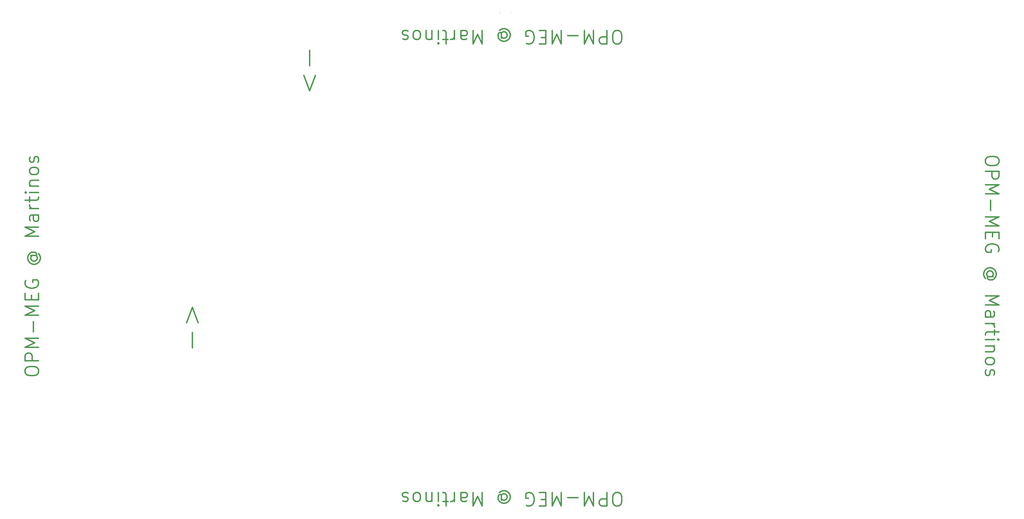
<source format=gbr>
%TF.GenerationSoftware,KiCad,Pcbnew,7.0.1-3b83917a11~172~ubuntu22.04.1*%
%TF.CreationDate,2023-12-10T15:57:57-05:00*%
%TF.ProjectId,coil_template_first,636f696c-5f74-4656-9d70-6c6174655f66,rev?*%
%TF.SameCoordinates,Original*%
%TF.FileFunction,Legend,Top*%
%TF.FilePolarity,Positive*%
%FSLAX46Y46*%
G04 Gerber Fmt 4.6, Leading zero omitted, Abs format (unit mm)*
G04 Created by KiCad (PCBNEW 7.0.1-3b83917a11~172~ubuntu22.04.1) date 2023-12-10 15:57:57*
%MOMM*%
%LPD*%
G01*
G04 APERTURE LIST*
%ADD10C,2.000000*%
%ADD11C,0.150000*%
G04 APERTURE END LIST*
D10*
X907619047Y-45747619D02*
X903809523Y-45747619D01*
X903809523Y-45747619D02*
X901904761Y-44795238D01*
X901904761Y-44795238D02*
X899999999Y-42890476D01*
X899999999Y-42890476D02*
X899047618Y-39080952D01*
X899047618Y-39080952D02*
X899047618Y-32414285D01*
X899047618Y-32414285D02*
X899999999Y-28604761D01*
X899999999Y-28604761D02*
X901904761Y-26700000D01*
X901904761Y-26700000D02*
X903809523Y-25747619D01*
X903809523Y-25747619D02*
X907619047Y-25747619D01*
X907619047Y-25747619D02*
X909523809Y-26700000D01*
X909523809Y-26700000D02*
X911428571Y-28604761D01*
X911428571Y-28604761D02*
X912380952Y-32414285D01*
X912380952Y-32414285D02*
X912380952Y-39080952D01*
X912380952Y-39080952D02*
X911428571Y-42890476D01*
X911428571Y-42890476D02*
X909523809Y-44795238D01*
X909523809Y-44795238D02*
X907619047Y-45747619D01*
X890476190Y-25747619D02*
X890476190Y-45747619D01*
X890476190Y-45747619D02*
X882857142Y-45747619D01*
X882857142Y-45747619D02*
X880952380Y-44795238D01*
X880952380Y-44795238D02*
X879999999Y-43842857D01*
X879999999Y-43842857D02*
X879047618Y-41938095D01*
X879047618Y-41938095D02*
X879047618Y-39080952D01*
X879047618Y-39080952D02*
X879999999Y-37176190D01*
X879999999Y-37176190D02*
X880952380Y-36223809D01*
X880952380Y-36223809D02*
X882857142Y-35271428D01*
X882857142Y-35271428D02*
X890476190Y-35271428D01*
X870476190Y-25747619D02*
X870476190Y-45747619D01*
X870476190Y-45747619D02*
X863809523Y-31461904D01*
X863809523Y-31461904D02*
X857142856Y-45747619D01*
X857142856Y-45747619D02*
X857142856Y-25747619D01*
X847619047Y-33366666D02*
X832380952Y-33366666D01*
X822857142Y-25747619D02*
X822857142Y-45747619D01*
X822857142Y-45747619D02*
X816190475Y-31461904D01*
X816190475Y-31461904D02*
X809523808Y-45747619D01*
X809523808Y-45747619D02*
X809523808Y-25747619D01*
X799999999Y-36223809D02*
X793333332Y-36223809D01*
X790476189Y-25747619D02*
X799999999Y-25747619D01*
X799999999Y-25747619D02*
X799999999Y-45747619D01*
X799999999Y-45747619D02*
X790476189Y-45747619D01*
X771428570Y-44795238D02*
X773333332Y-45747619D01*
X773333332Y-45747619D02*
X776190475Y-45747619D01*
X776190475Y-45747619D02*
X779047618Y-44795238D01*
X779047618Y-44795238D02*
X780952380Y-42890476D01*
X780952380Y-42890476D02*
X781904761Y-40985714D01*
X781904761Y-40985714D02*
X782857142Y-37176190D01*
X782857142Y-37176190D02*
X782857142Y-34319047D01*
X782857142Y-34319047D02*
X781904761Y-30509523D01*
X781904761Y-30509523D02*
X780952380Y-28604761D01*
X780952380Y-28604761D02*
X779047618Y-26700000D01*
X779047618Y-26700000D02*
X776190475Y-25747619D01*
X776190475Y-25747619D02*
X774285713Y-25747619D01*
X774285713Y-25747619D02*
X771428570Y-26700000D01*
X771428570Y-26700000D02*
X770476189Y-27652380D01*
X770476189Y-27652380D02*
X770476189Y-34319047D01*
X770476189Y-34319047D02*
X774285713Y-34319047D01*
X734285713Y-35271428D02*
X735238094Y-36223809D01*
X735238094Y-36223809D02*
X737142856Y-37176190D01*
X737142856Y-37176190D02*
X739047618Y-37176190D01*
X739047618Y-37176190D02*
X740952380Y-36223809D01*
X740952380Y-36223809D02*
X741904761Y-35271428D01*
X741904761Y-35271428D02*
X742857142Y-33366666D01*
X742857142Y-33366666D02*
X742857142Y-31461904D01*
X742857142Y-31461904D02*
X741904761Y-29557142D01*
X741904761Y-29557142D02*
X740952380Y-28604761D01*
X740952380Y-28604761D02*
X739047618Y-27652380D01*
X739047618Y-27652380D02*
X737142856Y-27652380D01*
X737142856Y-27652380D02*
X735238094Y-28604761D01*
X735238094Y-28604761D02*
X734285713Y-29557142D01*
X734285713Y-37176190D02*
X734285713Y-29557142D01*
X734285713Y-29557142D02*
X733333332Y-28604761D01*
X733333332Y-28604761D02*
X732380951Y-28604761D01*
X732380951Y-28604761D02*
X730476190Y-29557142D01*
X730476190Y-29557142D02*
X729523809Y-31461904D01*
X729523809Y-31461904D02*
X729523809Y-36223809D01*
X729523809Y-36223809D02*
X731428571Y-39080952D01*
X731428571Y-39080952D02*
X734285713Y-40985714D01*
X734285713Y-40985714D02*
X738095237Y-41938095D01*
X738095237Y-41938095D02*
X741904761Y-40985714D01*
X741904761Y-40985714D02*
X744761904Y-39080952D01*
X744761904Y-39080952D02*
X746666666Y-36223809D01*
X746666666Y-36223809D02*
X747619047Y-32414285D01*
X747619047Y-32414285D02*
X746666666Y-28604761D01*
X746666666Y-28604761D02*
X744761904Y-25747619D01*
X744761904Y-25747619D02*
X741904761Y-23842857D01*
X741904761Y-23842857D02*
X738095237Y-22890476D01*
X738095237Y-22890476D02*
X734285713Y-23842857D01*
X734285713Y-23842857D02*
X731428571Y-25747619D01*
X705714285Y-25747619D02*
X705714285Y-45747619D01*
X705714285Y-45747619D02*
X699047618Y-31461904D01*
X699047618Y-31461904D02*
X692380951Y-45747619D01*
X692380951Y-45747619D02*
X692380951Y-25747619D01*
X674285713Y-25747619D02*
X674285713Y-36223809D01*
X674285713Y-36223809D02*
X675238094Y-38128571D01*
X675238094Y-38128571D02*
X677142856Y-39080952D01*
X677142856Y-39080952D02*
X680952380Y-39080952D01*
X680952380Y-39080952D02*
X682857142Y-38128571D01*
X674285713Y-26700000D02*
X676190475Y-25747619D01*
X676190475Y-25747619D02*
X680952380Y-25747619D01*
X680952380Y-25747619D02*
X682857142Y-26700000D01*
X682857142Y-26700000D02*
X683809523Y-28604761D01*
X683809523Y-28604761D02*
X683809523Y-30509523D01*
X683809523Y-30509523D02*
X682857142Y-32414285D01*
X682857142Y-32414285D02*
X680952380Y-33366666D01*
X680952380Y-33366666D02*
X676190475Y-33366666D01*
X676190475Y-33366666D02*
X674285713Y-34319047D01*
X664761904Y-25747619D02*
X664761904Y-39080952D01*
X664761904Y-35271428D02*
X663809523Y-37176190D01*
X663809523Y-37176190D02*
X662857142Y-38128571D01*
X662857142Y-38128571D02*
X660952380Y-39080952D01*
X660952380Y-39080952D02*
X659047618Y-39080952D01*
X655238095Y-39080952D02*
X647619047Y-39080952D01*
X652380952Y-45747619D02*
X652380952Y-28604761D01*
X652380952Y-28604761D02*
X651428571Y-26700000D01*
X651428571Y-26700000D02*
X649523809Y-25747619D01*
X649523809Y-25747619D02*
X647619047Y-25747619D01*
X640952381Y-25747619D02*
X640952381Y-39080952D01*
X640952381Y-45747619D02*
X641904762Y-44795238D01*
X641904762Y-44795238D02*
X640952381Y-43842857D01*
X640952381Y-43842857D02*
X640000000Y-44795238D01*
X640000000Y-44795238D02*
X640952381Y-45747619D01*
X640952381Y-45747619D02*
X640952381Y-43842857D01*
X631428571Y-39080952D02*
X631428571Y-25747619D01*
X631428571Y-37176190D02*
X630476190Y-38128571D01*
X630476190Y-38128571D02*
X628571428Y-39080952D01*
X628571428Y-39080952D02*
X625714285Y-39080952D01*
X625714285Y-39080952D02*
X623809523Y-38128571D01*
X623809523Y-38128571D02*
X622857142Y-36223809D01*
X622857142Y-36223809D02*
X622857142Y-25747619D01*
X610476190Y-25747619D02*
X612380952Y-26700000D01*
X612380952Y-26700000D02*
X613333333Y-27652380D01*
X613333333Y-27652380D02*
X614285714Y-29557142D01*
X614285714Y-29557142D02*
X614285714Y-35271428D01*
X614285714Y-35271428D02*
X613333333Y-37176190D01*
X613333333Y-37176190D02*
X612380952Y-38128571D01*
X612380952Y-38128571D02*
X610476190Y-39080952D01*
X610476190Y-39080952D02*
X607619047Y-39080952D01*
X607619047Y-39080952D02*
X605714285Y-38128571D01*
X605714285Y-38128571D02*
X604761904Y-37176190D01*
X604761904Y-37176190D02*
X603809523Y-35271428D01*
X603809523Y-35271428D02*
X603809523Y-29557142D01*
X603809523Y-29557142D02*
X604761904Y-27652380D01*
X604761904Y-27652380D02*
X605714285Y-26700000D01*
X605714285Y-26700000D02*
X607619047Y-25747619D01*
X607619047Y-25747619D02*
X610476190Y-25747619D01*
X596190476Y-26700000D02*
X594285714Y-25747619D01*
X594285714Y-25747619D02*
X590476190Y-25747619D01*
X590476190Y-25747619D02*
X588571428Y-26700000D01*
X588571428Y-26700000D02*
X587619047Y-28604761D01*
X587619047Y-28604761D02*
X587619047Y-29557142D01*
X587619047Y-29557142D02*
X588571428Y-31461904D01*
X588571428Y-31461904D02*
X590476190Y-32414285D01*
X590476190Y-32414285D02*
X593333333Y-32414285D01*
X593333333Y-32414285D02*
X595238095Y-33366666D01*
X595238095Y-33366666D02*
X596190476Y-35271428D01*
X596190476Y-35271428D02*
X596190476Y-36223809D01*
X596190476Y-36223809D02*
X595238095Y-38128571D01*
X595238095Y-38128571D02*
X593333333Y-39080952D01*
X593333333Y-39080952D02*
X590476190Y-39080952D01*
X590476190Y-39080952D02*
X588571428Y-38128571D01*
X450478108Y-55127600D02*
X450478108Y-77984743D01*
X459049536Y-92270457D02*
X450478108Y-115127600D01*
X450478108Y-115127600D02*
X441906679Y-92270457D01*
X907619047Y-730747619D02*
X903809523Y-730747619D01*
X903809523Y-730747619D02*
X901904761Y-729795238D01*
X901904761Y-729795238D02*
X899999999Y-727890476D01*
X899999999Y-727890476D02*
X899047618Y-724080952D01*
X899047618Y-724080952D02*
X899047618Y-717414285D01*
X899047618Y-717414285D02*
X899999999Y-713604761D01*
X899999999Y-713604761D02*
X901904761Y-711700000D01*
X901904761Y-711700000D02*
X903809523Y-710747619D01*
X903809523Y-710747619D02*
X907619047Y-710747619D01*
X907619047Y-710747619D02*
X909523809Y-711700000D01*
X909523809Y-711700000D02*
X911428571Y-713604761D01*
X911428571Y-713604761D02*
X912380952Y-717414285D01*
X912380952Y-717414285D02*
X912380952Y-724080952D01*
X912380952Y-724080952D02*
X911428571Y-727890476D01*
X911428571Y-727890476D02*
X909523809Y-729795238D01*
X909523809Y-729795238D02*
X907619047Y-730747619D01*
X890476190Y-710747619D02*
X890476190Y-730747619D01*
X890476190Y-730747619D02*
X882857142Y-730747619D01*
X882857142Y-730747619D02*
X880952380Y-729795238D01*
X880952380Y-729795238D02*
X879999999Y-728842857D01*
X879999999Y-728842857D02*
X879047618Y-726938095D01*
X879047618Y-726938095D02*
X879047618Y-724080952D01*
X879047618Y-724080952D02*
X879999999Y-722176190D01*
X879999999Y-722176190D02*
X880952380Y-721223809D01*
X880952380Y-721223809D02*
X882857142Y-720271428D01*
X882857142Y-720271428D02*
X890476190Y-720271428D01*
X870476190Y-710747619D02*
X870476190Y-730747619D01*
X870476190Y-730747619D02*
X863809523Y-716461904D01*
X863809523Y-716461904D02*
X857142856Y-730747619D01*
X857142856Y-730747619D02*
X857142856Y-710747619D01*
X847619047Y-718366666D02*
X832380952Y-718366666D01*
X822857142Y-710747619D02*
X822857142Y-730747619D01*
X822857142Y-730747619D02*
X816190475Y-716461904D01*
X816190475Y-716461904D02*
X809523808Y-730747619D01*
X809523808Y-730747619D02*
X809523808Y-710747619D01*
X799999999Y-721223809D02*
X793333332Y-721223809D01*
X790476189Y-710747619D02*
X799999999Y-710747619D01*
X799999999Y-710747619D02*
X799999999Y-730747619D01*
X799999999Y-730747619D02*
X790476189Y-730747619D01*
X771428570Y-729795238D02*
X773333332Y-730747619D01*
X773333332Y-730747619D02*
X776190475Y-730747619D01*
X776190475Y-730747619D02*
X779047618Y-729795238D01*
X779047618Y-729795238D02*
X780952380Y-727890476D01*
X780952380Y-727890476D02*
X781904761Y-725985714D01*
X781904761Y-725985714D02*
X782857142Y-722176190D01*
X782857142Y-722176190D02*
X782857142Y-719319047D01*
X782857142Y-719319047D02*
X781904761Y-715509523D01*
X781904761Y-715509523D02*
X780952380Y-713604761D01*
X780952380Y-713604761D02*
X779047618Y-711700000D01*
X779047618Y-711700000D02*
X776190475Y-710747619D01*
X776190475Y-710747619D02*
X774285713Y-710747619D01*
X774285713Y-710747619D02*
X771428570Y-711700000D01*
X771428570Y-711700000D02*
X770476189Y-712652380D01*
X770476189Y-712652380D02*
X770476189Y-719319047D01*
X770476189Y-719319047D02*
X774285713Y-719319047D01*
X734285713Y-720271428D02*
X735238094Y-721223809D01*
X735238094Y-721223809D02*
X737142856Y-722176190D01*
X737142856Y-722176190D02*
X739047618Y-722176190D01*
X739047618Y-722176190D02*
X740952380Y-721223809D01*
X740952380Y-721223809D02*
X741904761Y-720271428D01*
X741904761Y-720271428D02*
X742857142Y-718366666D01*
X742857142Y-718366666D02*
X742857142Y-716461904D01*
X742857142Y-716461904D02*
X741904761Y-714557142D01*
X741904761Y-714557142D02*
X740952380Y-713604761D01*
X740952380Y-713604761D02*
X739047618Y-712652380D01*
X739047618Y-712652380D02*
X737142856Y-712652380D01*
X737142856Y-712652380D02*
X735238094Y-713604761D01*
X735238094Y-713604761D02*
X734285713Y-714557142D01*
X734285713Y-722176190D02*
X734285713Y-714557142D01*
X734285713Y-714557142D02*
X733333332Y-713604761D01*
X733333332Y-713604761D02*
X732380951Y-713604761D01*
X732380951Y-713604761D02*
X730476190Y-714557142D01*
X730476190Y-714557142D02*
X729523809Y-716461904D01*
X729523809Y-716461904D02*
X729523809Y-721223809D01*
X729523809Y-721223809D02*
X731428571Y-724080952D01*
X731428571Y-724080952D02*
X734285713Y-725985714D01*
X734285713Y-725985714D02*
X738095237Y-726938095D01*
X738095237Y-726938095D02*
X741904761Y-725985714D01*
X741904761Y-725985714D02*
X744761904Y-724080952D01*
X744761904Y-724080952D02*
X746666666Y-721223809D01*
X746666666Y-721223809D02*
X747619047Y-717414285D01*
X747619047Y-717414285D02*
X746666666Y-713604761D01*
X746666666Y-713604761D02*
X744761904Y-710747619D01*
X744761904Y-710747619D02*
X741904761Y-708842857D01*
X741904761Y-708842857D02*
X738095237Y-707890476D01*
X738095237Y-707890476D02*
X734285713Y-708842857D01*
X734285713Y-708842857D02*
X731428571Y-710747619D01*
X705714285Y-710747619D02*
X705714285Y-730747619D01*
X705714285Y-730747619D02*
X699047618Y-716461904D01*
X699047618Y-716461904D02*
X692380951Y-730747619D01*
X692380951Y-730747619D02*
X692380951Y-710747619D01*
X674285713Y-710747619D02*
X674285713Y-721223809D01*
X674285713Y-721223809D02*
X675238094Y-723128571D01*
X675238094Y-723128571D02*
X677142856Y-724080952D01*
X677142856Y-724080952D02*
X680952380Y-724080952D01*
X680952380Y-724080952D02*
X682857142Y-723128571D01*
X674285713Y-711700000D02*
X676190475Y-710747619D01*
X676190475Y-710747619D02*
X680952380Y-710747619D01*
X680952380Y-710747619D02*
X682857142Y-711700000D01*
X682857142Y-711700000D02*
X683809523Y-713604761D01*
X683809523Y-713604761D02*
X683809523Y-715509523D01*
X683809523Y-715509523D02*
X682857142Y-717414285D01*
X682857142Y-717414285D02*
X680952380Y-718366666D01*
X680952380Y-718366666D02*
X676190475Y-718366666D01*
X676190475Y-718366666D02*
X674285713Y-719319047D01*
X664761904Y-710747619D02*
X664761904Y-724080952D01*
X664761904Y-720271428D02*
X663809523Y-722176190D01*
X663809523Y-722176190D02*
X662857142Y-723128571D01*
X662857142Y-723128571D02*
X660952380Y-724080952D01*
X660952380Y-724080952D02*
X659047618Y-724080952D01*
X655238095Y-724080952D02*
X647619047Y-724080952D01*
X652380952Y-730747619D02*
X652380952Y-713604761D01*
X652380952Y-713604761D02*
X651428571Y-711700000D01*
X651428571Y-711700000D02*
X649523809Y-710747619D01*
X649523809Y-710747619D02*
X647619047Y-710747619D01*
X640952381Y-710747619D02*
X640952381Y-724080952D01*
X640952381Y-730747619D02*
X641904762Y-729795238D01*
X641904762Y-729795238D02*
X640952381Y-728842857D01*
X640952381Y-728842857D02*
X640000000Y-729795238D01*
X640000000Y-729795238D02*
X640952381Y-730747619D01*
X640952381Y-730747619D02*
X640952381Y-728842857D01*
X631428571Y-724080952D02*
X631428571Y-710747619D01*
X631428571Y-722176190D02*
X630476190Y-723128571D01*
X630476190Y-723128571D02*
X628571428Y-724080952D01*
X628571428Y-724080952D02*
X625714285Y-724080952D01*
X625714285Y-724080952D02*
X623809523Y-723128571D01*
X623809523Y-723128571D02*
X622857142Y-721223809D01*
X622857142Y-721223809D02*
X622857142Y-710747619D01*
X610476190Y-710747619D02*
X612380952Y-711700000D01*
X612380952Y-711700000D02*
X613333333Y-712652380D01*
X613333333Y-712652380D02*
X614285714Y-714557142D01*
X614285714Y-714557142D02*
X614285714Y-720271428D01*
X614285714Y-720271428D02*
X613333333Y-722176190D01*
X613333333Y-722176190D02*
X612380952Y-723128571D01*
X612380952Y-723128571D02*
X610476190Y-724080952D01*
X610476190Y-724080952D02*
X607619047Y-724080952D01*
X607619047Y-724080952D02*
X605714285Y-723128571D01*
X605714285Y-723128571D02*
X604761904Y-722176190D01*
X604761904Y-722176190D02*
X603809523Y-720271428D01*
X603809523Y-720271428D02*
X603809523Y-714557142D01*
X603809523Y-714557142D02*
X604761904Y-712652380D01*
X604761904Y-712652380D02*
X605714285Y-711700000D01*
X605714285Y-711700000D02*
X607619047Y-710747619D01*
X607619047Y-710747619D02*
X610476190Y-710747619D01*
X596190476Y-711700000D02*
X594285714Y-710747619D01*
X594285714Y-710747619D02*
X590476190Y-710747619D01*
X590476190Y-710747619D02*
X588571428Y-711700000D01*
X588571428Y-711700000D02*
X587619047Y-713604761D01*
X587619047Y-713604761D02*
X587619047Y-714557142D01*
X587619047Y-714557142D02*
X588571428Y-716461904D01*
X588571428Y-716461904D02*
X590476190Y-717414285D01*
X590476190Y-717414285D02*
X593333333Y-717414285D01*
X593333333Y-717414285D02*
X595238095Y-718366666D01*
X595238095Y-718366666D02*
X596190476Y-720271428D01*
X596190476Y-720271428D02*
X596190476Y-721223809D01*
X596190476Y-721223809D02*
X595238095Y-723128571D01*
X595238095Y-723128571D02*
X593333333Y-724080952D01*
X593333333Y-724080952D02*
X590476190Y-724080952D01*
X590476190Y-724080952D02*
X588571428Y-723128571D01*
X276919941Y-496290279D02*
X276919941Y-473433137D01*
X268348512Y-459147422D02*
X276919941Y-436290280D01*
X276919941Y-436290280D02*
X285491369Y-459147422D01*
X1470747619Y-217380952D02*
X1470747619Y-221190476D01*
X1470747619Y-221190476D02*
X1469795238Y-223095238D01*
X1469795238Y-223095238D02*
X1467890476Y-225000000D01*
X1467890476Y-225000000D02*
X1464080952Y-225952381D01*
X1464080952Y-225952381D02*
X1457414285Y-225952381D01*
X1457414285Y-225952381D02*
X1453604761Y-225000000D01*
X1453604761Y-225000000D02*
X1451700000Y-223095238D01*
X1451700000Y-223095238D02*
X1450747619Y-221190476D01*
X1450747619Y-221190476D02*
X1450747619Y-217380952D01*
X1450747619Y-217380952D02*
X1451700000Y-215476190D01*
X1451700000Y-215476190D02*
X1453604761Y-213571428D01*
X1453604761Y-213571428D02*
X1457414285Y-212619047D01*
X1457414285Y-212619047D02*
X1464080952Y-212619047D01*
X1464080952Y-212619047D02*
X1467890476Y-213571428D01*
X1467890476Y-213571428D02*
X1469795238Y-215476190D01*
X1469795238Y-215476190D02*
X1470747619Y-217380952D01*
X1450747619Y-234523809D02*
X1470747619Y-234523809D01*
X1470747619Y-234523809D02*
X1470747619Y-242142857D01*
X1470747619Y-242142857D02*
X1469795238Y-244047619D01*
X1469795238Y-244047619D02*
X1468842857Y-245000000D01*
X1468842857Y-245000000D02*
X1466938095Y-245952381D01*
X1466938095Y-245952381D02*
X1464080952Y-245952381D01*
X1464080952Y-245952381D02*
X1462176190Y-245000000D01*
X1462176190Y-245000000D02*
X1461223809Y-244047619D01*
X1461223809Y-244047619D02*
X1460271428Y-242142857D01*
X1460271428Y-242142857D02*
X1460271428Y-234523809D01*
X1450747619Y-254523809D02*
X1470747619Y-254523809D01*
X1470747619Y-254523809D02*
X1456461904Y-261190476D01*
X1456461904Y-261190476D02*
X1470747619Y-267857143D01*
X1470747619Y-267857143D02*
X1450747619Y-267857143D01*
X1458366666Y-277380952D02*
X1458366666Y-292619048D01*
X1450747619Y-302142857D02*
X1470747619Y-302142857D01*
X1470747619Y-302142857D02*
X1456461904Y-308809524D01*
X1456461904Y-308809524D02*
X1470747619Y-315476191D01*
X1470747619Y-315476191D02*
X1450747619Y-315476191D01*
X1461223809Y-325000000D02*
X1461223809Y-331666667D01*
X1450747619Y-334523810D02*
X1450747619Y-325000000D01*
X1450747619Y-325000000D02*
X1470747619Y-325000000D01*
X1470747619Y-325000000D02*
X1470747619Y-334523810D01*
X1469795238Y-353571429D02*
X1470747619Y-351666667D01*
X1470747619Y-351666667D02*
X1470747619Y-348809524D01*
X1470747619Y-348809524D02*
X1469795238Y-345952381D01*
X1469795238Y-345952381D02*
X1467890476Y-344047619D01*
X1467890476Y-344047619D02*
X1465985714Y-343095238D01*
X1465985714Y-343095238D02*
X1462176190Y-342142857D01*
X1462176190Y-342142857D02*
X1459319047Y-342142857D01*
X1459319047Y-342142857D02*
X1455509523Y-343095238D01*
X1455509523Y-343095238D02*
X1453604761Y-344047619D01*
X1453604761Y-344047619D02*
X1451700000Y-345952381D01*
X1451700000Y-345952381D02*
X1450747619Y-348809524D01*
X1450747619Y-348809524D02*
X1450747619Y-350714286D01*
X1450747619Y-350714286D02*
X1451700000Y-353571429D01*
X1451700000Y-353571429D02*
X1452652380Y-354523810D01*
X1452652380Y-354523810D02*
X1459319047Y-354523810D01*
X1459319047Y-354523810D02*
X1459319047Y-350714286D01*
X1460271428Y-390714286D02*
X1461223809Y-389761905D01*
X1461223809Y-389761905D02*
X1462176190Y-387857143D01*
X1462176190Y-387857143D02*
X1462176190Y-385952381D01*
X1462176190Y-385952381D02*
X1461223809Y-384047619D01*
X1461223809Y-384047619D02*
X1460271428Y-383095238D01*
X1460271428Y-383095238D02*
X1458366666Y-382142857D01*
X1458366666Y-382142857D02*
X1456461904Y-382142857D01*
X1456461904Y-382142857D02*
X1454557142Y-383095238D01*
X1454557142Y-383095238D02*
X1453604761Y-384047619D01*
X1453604761Y-384047619D02*
X1452652380Y-385952381D01*
X1452652380Y-385952381D02*
X1452652380Y-387857143D01*
X1452652380Y-387857143D02*
X1453604761Y-389761905D01*
X1453604761Y-389761905D02*
X1454557142Y-390714286D01*
X1462176190Y-390714286D02*
X1454557142Y-390714286D01*
X1454557142Y-390714286D02*
X1453604761Y-391666667D01*
X1453604761Y-391666667D02*
X1453604761Y-392619048D01*
X1453604761Y-392619048D02*
X1454557142Y-394523809D01*
X1454557142Y-394523809D02*
X1456461904Y-395476190D01*
X1456461904Y-395476190D02*
X1461223809Y-395476190D01*
X1461223809Y-395476190D02*
X1464080952Y-393571429D01*
X1464080952Y-393571429D02*
X1465985714Y-390714286D01*
X1465985714Y-390714286D02*
X1466938095Y-386904762D01*
X1466938095Y-386904762D02*
X1465985714Y-383095238D01*
X1465985714Y-383095238D02*
X1464080952Y-380238095D01*
X1464080952Y-380238095D02*
X1461223809Y-378333333D01*
X1461223809Y-378333333D02*
X1457414285Y-377380952D01*
X1457414285Y-377380952D02*
X1453604761Y-378333333D01*
X1453604761Y-378333333D02*
X1450747619Y-380238095D01*
X1450747619Y-380238095D02*
X1448842857Y-383095238D01*
X1448842857Y-383095238D02*
X1447890476Y-386904762D01*
X1447890476Y-386904762D02*
X1448842857Y-390714286D01*
X1448842857Y-390714286D02*
X1450747619Y-393571429D01*
X1450747619Y-419285714D02*
X1470747619Y-419285714D01*
X1470747619Y-419285714D02*
X1456461904Y-425952381D01*
X1456461904Y-425952381D02*
X1470747619Y-432619048D01*
X1470747619Y-432619048D02*
X1450747619Y-432619048D01*
X1450747619Y-450714286D02*
X1461223809Y-450714286D01*
X1461223809Y-450714286D02*
X1463128571Y-449761905D01*
X1463128571Y-449761905D02*
X1464080952Y-447857143D01*
X1464080952Y-447857143D02*
X1464080952Y-444047619D01*
X1464080952Y-444047619D02*
X1463128571Y-442142857D01*
X1451700000Y-450714286D02*
X1450747619Y-448809524D01*
X1450747619Y-448809524D02*
X1450747619Y-444047619D01*
X1450747619Y-444047619D02*
X1451700000Y-442142857D01*
X1451700000Y-442142857D02*
X1453604761Y-441190476D01*
X1453604761Y-441190476D02*
X1455509523Y-441190476D01*
X1455509523Y-441190476D02*
X1457414285Y-442142857D01*
X1457414285Y-442142857D02*
X1458366666Y-444047619D01*
X1458366666Y-444047619D02*
X1458366666Y-448809524D01*
X1458366666Y-448809524D02*
X1459319047Y-450714286D01*
X1450747619Y-460238095D02*
X1464080952Y-460238095D01*
X1460271428Y-460238095D02*
X1462176190Y-461190476D01*
X1462176190Y-461190476D02*
X1463128571Y-462142857D01*
X1463128571Y-462142857D02*
X1464080952Y-464047619D01*
X1464080952Y-464047619D02*
X1464080952Y-465952381D01*
X1464080952Y-469761904D02*
X1464080952Y-477380952D01*
X1470747619Y-472619047D02*
X1453604761Y-472619047D01*
X1453604761Y-472619047D02*
X1451700000Y-473571428D01*
X1451700000Y-473571428D02*
X1450747619Y-475476190D01*
X1450747619Y-475476190D02*
X1450747619Y-477380952D01*
X1450747619Y-484047618D02*
X1464080952Y-484047618D01*
X1470747619Y-484047618D02*
X1469795238Y-483095237D01*
X1469795238Y-483095237D02*
X1468842857Y-484047618D01*
X1468842857Y-484047618D02*
X1469795238Y-484999999D01*
X1469795238Y-484999999D02*
X1470747619Y-484047618D01*
X1470747619Y-484047618D02*
X1468842857Y-484047618D01*
X1464080952Y-493571428D02*
X1450747619Y-493571428D01*
X1462176190Y-493571428D02*
X1463128571Y-494523809D01*
X1463128571Y-494523809D02*
X1464080952Y-496428571D01*
X1464080952Y-496428571D02*
X1464080952Y-499285714D01*
X1464080952Y-499285714D02*
X1463128571Y-501190476D01*
X1463128571Y-501190476D02*
X1461223809Y-502142857D01*
X1461223809Y-502142857D02*
X1450747619Y-502142857D01*
X1450747619Y-514523809D02*
X1451700000Y-512619047D01*
X1451700000Y-512619047D02*
X1452652380Y-511666666D01*
X1452652380Y-511666666D02*
X1454557142Y-510714285D01*
X1454557142Y-510714285D02*
X1460271428Y-510714285D01*
X1460271428Y-510714285D02*
X1462176190Y-511666666D01*
X1462176190Y-511666666D02*
X1463128571Y-512619047D01*
X1463128571Y-512619047D02*
X1464080952Y-514523809D01*
X1464080952Y-514523809D02*
X1464080952Y-517380952D01*
X1464080952Y-517380952D02*
X1463128571Y-519285714D01*
X1463128571Y-519285714D02*
X1462176190Y-520238095D01*
X1462176190Y-520238095D02*
X1460271428Y-521190476D01*
X1460271428Y-521190476D02*
X1454557142Y-521190476D01*
X1454557142Y-521190476D02*
X1452652380Y-520238095D01*
X1452652380Y-520238095D02*
X1451700000Y-519285714D01*
X1451700000Y-519285714D02*
X1450747619Y-517380952D01*
X1450747619Y-517380952D02*
X1450747619Y-514523809D01*
X1451700000Y-528809523D02*
X1450747619Y-530714285D01*
X1450747619Y-530714285D02*
X1450747619Y-534523809D01*
X1450747619Y-534523809D02*
X1451700000Y-536428571D01*
X1451700000Y-536428571D02*
X1453604761Y-537380952D01*
X1453604761Y-537380952D02*
X1454557142Y-537380952D01*
X1454557142Y-537380952D02*
X1456461904Y-536428571D01*
X1456461904Y-536428571D02*
X1457414285Y-534523809D01*
X1457414285Y-534523809D02*
X1457414285Y-531666666D01*
X1457414285Y-531666666D02*
X1458366666Y-529761904D01*
X1458366666Y-529761904D02*
X1460271428Y-528809523D01*
X1460271428Y-528809523D02*
X1461223809Y-528809523D01*
X1461223809Y-528809523D02*
X1463128571Y-529761904D01*
X1463128571Y-529761904D02*
X1464080952Y-531666666D01*
X1464080952Y-531666666D02*
X1464080952Y-534523809D01*
X1464080952Y-534523809D02*
X1463128571Y-536428571D01*
X29252380Y-532619047D02*
X29252380Y-528809523D01*
X29252380Y-528809523D02*
X30204761Y-526904761D01*
X30204761Y-526904761D02*
X32109523Y-524999999D01*
X32109523Y-524999999D02*
X35919047Y-524047618D01*
X35919047Y-524047618D02*
X42585714Y-524047618D01*
X42585714Y-524047618D02*
X46395238Y-524999999D01*
X46395238Y-524999999D02*
X48300000Y-526904761D01*
X48300000Y-526904761D02*
X49252380Y-528809523D01*
X49252380Y-528809523D02*
X49252380Y-532619047D01*
X49252380Y-532619047D02*
X48300000Y-534523809D01*
X48300000Y-534523809D02*
X46395238Y-536428571D01*
X46395238Y-536428571D02*
X42585714Y-537380952D01*
X42585714Y-537380952D02*
X35919047Y-537380952D01*
X35919047Y-537380952D02*
X32109523Y-536428571D01*
X32109523Y-536428571D02*
X30204761Y-534523809D01*
X30204761Y-534523809D02*
X29252380Y-532619047D01*
X49252380Y-515476190D02*
X29252380Y-515476190D01*
X29252380Y-515476190D02*
X29252380Y-507857142D01*
X29252380Y-507857142D02*
X30204761Y-505952380D01*
X30204761Y-505952380D02*
X31157142Y-504999999D01*
X31157142Y-504999999D02*
X33061904Y-504047618D01*
X33061904Y-504047618D02*
X35919047Y-504047618D01*
X35919047Y-504047618D02*
X37823809Y-504999999D01*
X37823809Y-504999999D02*
X38776190Y-505952380D01*
X38776190Y-505952380D02*
X39728571Y-507857142D01*
X39728571Y-507857142D02*
X39728571Y-515476190D01*
X49252380Y-495476190D02*
X29252380Y-495476190D01*
X29252380Y-495476190D02*
X43538095Y-488809523D01*
X43538095Y-488809523D02*
X29252380Y-482142856D01*
X29252380Y-482142856D02*
X49252380Y-482142856D01*
X41633333Y-472619047D02*
X41633333Y-457380952D01*
X49252380Y-447857142D02*
X29252380Y-447857142D01*
X29252380Y-447857142D02*
X43538095Y-441190475D01*
X43538095Y-441190475D02*
X29252380Y-434523808D01*
X29252380Y-434523808D02*
X49252380Y-434523808D01*
X38776190Y-424999999D02*
X38776190Y-418333332D01*
X49252380Y-415476189D02*
X49252380Y-424999999D01*
X49252380Y-424999999D02*
X29252380Y-424999999D01*
X29252380Y-424999999D02*
X29252380Y-415476189D01*
X30204761Y-396428570D02*
X29252380Y-398333332D01*
X29252380Y-398333332D02*
X29252380Y-401190475D01*
X29252380Y-401190475D02*
X30204761Y-404047618D01*
X30204761Y-404047618D02*
X32109523Y-405952380D01*
X32109523Y-405952380D02*
X34014285Y-406904761D01*
X34014285Y-406904761D02*
X37823809Y-407857142D01*
X37823809Y-407857142D02*
X40680952Y-407857142D01*
X40680952Y-407857142D02*
X44490476Y-406904761D01*
X44490476Y-406904761D02*
X46395238Y-405952380D01*
X46395238Y-405952380D02*
X48300000Y-404047618D01*
X48300000Y-404047618D02*
X49252380Y-401190475D01*
X49252380Y-401190475D02*
X49252380Y-399285713D01*
X49252380Y-399285713D02*
X48300000Y-396428570D01*
X48300000Y-396428570D02*
X47347619Y-395476189D01*
X47347619Y-395476189D02*
X40680952Y-395476189D01*
X40680952Y-395476189D02*
X40680952Y-399285713D01*
X39728571Y-359285713D02*
X38776190Y-360238094D01*
X38776190Y-360238094D02*
X37823809Y-362142856D01*
X37823809Y-362142856D02*
X37823809Y-364047618D01*
X37823809Y-364047618D02*
X38776190Y-365952380D01*
X38776190Y-365952380D02*
X39728571Y-366904761D01*
X39728571Y-366904761D02*
X41633333Y-367857142D01*
X41633333Y-367857142D02*
X43538095Y-367857142D01*
X43538095Y-367857142D02*
X45442857Y-366904761D01*
X45442857Y-366904761D02*
X46395238Y-365952380D01*
X46395238Y-365952380D02*
X47347619Y-364047618D01*
X47347619Y-364047618D02*
X47347619Y-362142856D01*
X47347619Y-362142856D02*
X46395238Y-360238094D01*
X46395238Y-360238094D02*
X45442857Y-359285713D01*
X37823809Y-359285713D02*
X45442857Y-359285713D01*
X45442857Y-359285713D02*
X46395238Y-358333332D01*
X46395238Y-358333332D02*
X46395238Y-357380951D01*
X46395238Y-357380951D02*
X45442857Y-355476190D01*
X45442857Y-355476190D02*
X43538095Y-354523809D01*
X43538095Y-354523809D02*
X38776190Y-354523809D01*
X38776190Y-354523809D02*
X35919047Y-356428571D01*
X35919047Y-356428571D02*
X34014285Y-359285713D01*
X34014285Y-359285713D02*
X33061904Y-363095237D01*
X33061904Y-363095237D02*
X34014285Y-366904761D01*
X34014285Y-366904761D02*
X35919047Y-369761904D01*
X35919047Y-369761904D02*
X38776190Y-371666666D01*
X38776190Y-371666666D02*
X42585714Y-372619047D01*
X42585714Y-372619047D02*
X46395238Y-371666666D01*
X46395238Y-371666666D02*
X49252380Y-369761904D01*
X49252380Y-369761904D02*
X51157142Y-366904761D01*
X51157142Y-366904761D02*
X52109523Y-363095237D01*
X52109523Y-363095237D02*
X51157142Y-359285713D01*
X51157142Y-359285713D02*
X49252380Y-356428571D01*
X49252380Y-330714285D02*
X29252380Y-330714285D01*
X29252380Y-330714285D02*
X43538095Y-324047618D01*
X43538095Y-324047618D02*
X29252380Y-317380951D01*
X29252380Y-317380951D02*
X49252380Y-317380951D01*
X49252380Y-299285713D02*
X38776190Y-299285713D01*
X38776190Y-299285713D02*
X36871428Y-300238094D01*
X36871428Y-300238094D02*
X35919047Y-302142856D01*
X35919047Y-302142856D02*
X35919047Y-305952380D01*
X35919047Y-305952380D02*
X36871428Y-307857142D01*
X48300000Y-299285713D02*
X49252380Y-301190475D01*
X49252380Y-301190475D02*
X49252380Y-305952380D01*
X49252380Y-305952380D02*
X48300000Y-307857142D01*
X48300000Y-307857142D02*
X46395238Y-308809523D01*
X46395238Y-308809523D02*
X44490476Y-308809523D01*
X44490476Y-308809523D02*
X42585714Y-307857142D01*
X42585714Y-307857142D02*
X41633333Y-305952380D01*
X41633333Y-305952380D02*
X41633333Y-301190475D01*
X41633333Y-301190475D02*
X40680952Y-299285713D01*
X49252380Y-289761904D02*
X35919047Y-289761904D01*
X39728571Y-289761904D02*
X37823809Y-288809523D01*
X37823809Y-288809523D02*
X36871428Y-287857142D01*
X36871428Y-287857142D02*
X35919047Y-285952380D01*
X35919047Y-285952380D02*
X35919047Y-284047618D01*
X35919047Y-280238095D02*
X35919047Y-272619047D01*
X29252380Y-277380952D02*
X46395238Y-277380952D01*
X46395238Y-277380952D02*
X48300000Y-276428571D01*
X48300000Y-276428571D02*
X49252380Y-274523809D01*
X49252380Y-274523809D02*
X49252380Y-272619047D01*
X49252380Y-265952381D02*
X35919047Y-265952381D01*
X29252380Y-265952381D02*
X30204761Y-266904762D01*
X30204761Y-266904762D02*
X31157142Y-265952381D01*
X31157142Y-265952381D02*
X30204761Y-265000000D01*
X30204761Y-265000000D02*
X29252380Y-265952381D01*
X29252380Y-265952381D02*
X31157142Y-265952381D01*
X35919047Y-256428571D02*
X49252380Y-256428571D01*
X37823809Y-256428571D02*
X36871428Y-255476190D01*
X36871428Y-255476190D02*
X35919047Y-253571428D01*
X35919047Y-253571428D02*
X35919047Y-250714285D01*
X35919047Y-250714285D02*
X36871428Y-248809523D01*
X36871428Y-248809523D02*
X38776190Y-247857142D01*
X38776190Y-247857142D02*
X49252380Y-247857142D01*
X49252380Y-235476190D02*
X48300000Y-237380952D01*
X48300000Y-237380952D02*
X47347619Y-238333333D01*
X47347619Y-238333333D02*
X45442857Y-239285714D01*
X45442857Y-239285714D02*
X39728571Y-239285714D01*
X39728571Y-239285714D02*
X37823809Y-238333333D01*
X37823809Y-238333333D02*
X36871428Y-237380952D01*
X36871428Y-237380952D02*
X35919047Y-235476190D01*
X35919047Y-235476190D02*
X35919047Y-232619047D01*
X35919047Y-232619047D02*
X36871428Y-230714285D01*
X36871428Y-230714285D02*
X37823809Y-229761904D01*
X37823809Y-229761904D02*
X39728571Y-228809523D01*
X39728571Y-228809523D02*
X45442857Y-228809523D01*
X45442857Y-228809523D02*
X47347619Y-229761904D01*
X47347619Y-229761904D02*
X48300000Y-230714285D01*
X48300000Y-230714285D02*
X49252380Y-232619047D01*
X49252380Y-232619047D02*
X49252380Y-235476190D01*
X48300000Y-221190476D02*
X49252380Y-219285714D01*
X49252380Y-219285714D02*
X49252380Y-215476190D01*
X49252380Y-215476190D02*
X48300000Y-213571428D01*
X48300000Y-213571428D02*
X46395238Y-212619047D01*
X46395238Y-212619047D02*
X45442857Y-212619047D01*
X45442857Y-212619047D02*
X43538095Y-213571428D01*
X43538095Y-213571428D02*
X42585714Y-215476190D01*
X42585714Y-215476190D02*
X42585714Y-218333333D01*
X42585714Y-218333333D02*
X41633333Y-220238095D01*
X41633333Y-220238095D02*
X39728571Y-221190476D01*
X39728571Y-221190476D02*
X38776190Y-221190476D01*
X38776190Y-221190476D02*
X36871428Y-220238095D01*
X36871428Y-220238095D02*
X35919047Y-218333333D01*
X35919047Y-218333333D02*
X35919047Y-215476190D01*
X35919047Y-215476190D02*
X36871428Y-213571428D01*
D11*
%TO.C,J2*%
X732010213Y1097380D02*
X732010213Y383095D01*
X732010213Y383095D02*
X731962594Y240238D01*
X731962594Y240238D02*
X731867356Y145000D01*
X731867356Y145000D02*
X731724499Y97380D01*
X731724499Y97380D02*
X731629261Y97380D01*
X732438785Y1002142D02*
X732486404Y1049761D01*
X732486404Y1049761D02*
X732581642Y1097380D01*
X732581642Y1097380D02*
X732819737Y1097380D01*
X732819737Y1097380D02*
X732914975Y1049761D01*
X732914975Y1049761D02*
X732962594Y1002142D01*
X732962594Y1002142D02*
X733010213Y906904D01*
X733010213Y906904D02*
X733010213Y811666D01*
X733010213Y811666D02*
X732962594Y668809D01*
X732962594Y668809D02*
X732391166Y97380D01*
X732391166Y97380D02*
X733010213Y97380D01*
%TO.C,J1*%
X749098554Y1097380D02*
X749098554Y383095D01*
X749098554Y383095D02*
X749050935Y240238D01*
X749050935Y240238D02*
X748955697Y145000D01*
X748955697Y145000D02*
X748812840Y97380D01*
X748812840Y97380D02*
X748717602Y97380D01*
X750098554Y97380D02*
X749527126Y97380D01*
X749812840Y97380D02*
X749812840Y1097380D01*
X749812840Y1097380D02*
X749717602Y954523D01*
X749717602Y954523D02*
X749622364Y859285D01*
X749622364Y859285D02*
X749527126Y811666D01*
%TD*%
M02*

</source>
